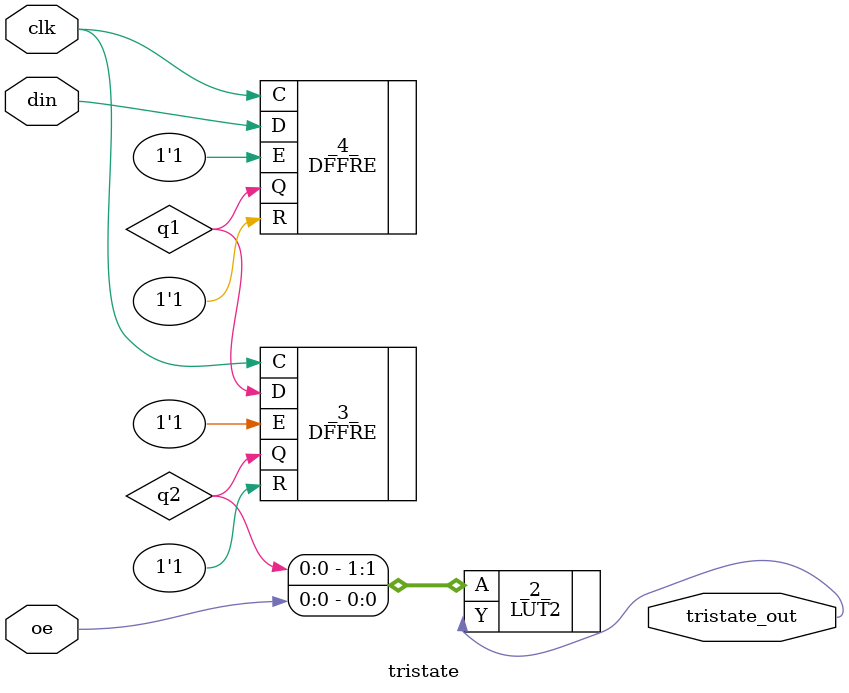
<source format=v>
/* Generated by Yosys 0.18+10 (git sha1 9ae216287, gcc 11.1.0-1ubuntu1~20.04 -fPIC -Os) */

module tristate(din, oe, tristate_out, clk);
  input clk;
  input din;
  input oe;
  output tristate_out;
  (* src = "/nfs_scratch/scratch/eda/behzad/ii/yosys_verific_rs/yosys/install/bin/../share/yosys/rapidsilicon/genesis3/lut_map.v:12.23-12.24" *)
  wire [1:0] _0_;
  (* src = "/nfs_scratch/scratch/eda/behzad/ii/yosys_verific_rs/yosys/install/bin/../share/yosys/rapidsilicon/genesis3/lut_map.v:13.13-13.14" *)
  wire _1_;
  (* keep = 32'h00000001 *)
  (* src = "tristate.v:15.10-15.13" *)
  (* keep = 32'h00000001 *)
  (* src = "tristate.v:15.10-15.13" *)
  wire clk;
  (* keep = 32'h00000001 *)
  (* src = "tristate.v:14.10-14.13" *)
  (* keep = 32'h00000001 *)
  (* src = "tristate.v:14.10-14.13" *)
  wire din;
  (* keep = 32'h00000001 *)
  (* src = "tristate.v:16.10-16.12" *)
  (* keep = 32'h00000001 *)
  (* src = "tristate.v:16.10-16.12" *)
  wire oe;
  (* keep = 32'h00000001 *)
  (* src = "tristate.v:19.8-19.10" *)
  wire q1;
  (* keep = 32'h00000001 *)
  (* src = "tristate.v:20.8-20.10" *)
  wire q2;
  (* keep = 32'h00000001 *)
  (* src = "tristate.v:17.11-17.23" *)
  (* keep = 32'h00000001 *)
  (* src = "tristate.v:17.11-17.23" *)
  wire tristate_out;
  (* module_not_derived = 32'h00000001 *)
  (* src = "/nfs_scratch/scratch/eda/behzad/ii/yosys_verific_rs/yosys/install/bin/../share/yosys/rapidsilicon/genesis3/lut_map.v:21.38-21.69" *)
  LUT2 #(
    .INIT_VALUE(4'h8)
  ) _2_ (
    .Y(tristate_out),
    .A({ q2, oe })
  );
  (* module_not_derived = 32'h00000001 *)
  (* src = "/nfs_scratch/scratch/eda/behzad/ii/yosys_verific_rs/yosys/install/bin/../share/yosys/rapidsilicon/genesis3/ffs_map.v:10.11-10.70" *)
  DFFRE _3_ (
    .C(clk),
    .D(q1),
    .E(1'h1),
    .Q(q2),
    .R(1'h1)
  );
  (* module_not_derived = 32'h00000001 *)
  (* src = "/nfs_scratch/scratch/eda/behzad/ii/yosys_verific_rs/yosys/install/bin/../share/yosys/rapidsilicon/genesis3/ffs_map.v:10.11-10.70" *)
  DFFRE _4_ (
    .C(clk),
    .D(din),
    .E(1'h1),
    .Q(q1),
    .R(1'h1)
  );
endmodule

</source>
